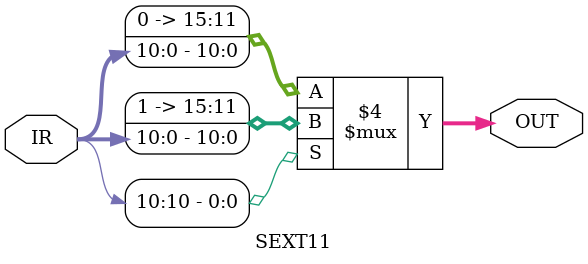
<source format=sv>
module SEXT5 (
    input logic [4:0] IR,
    output logic [15:0] OUT
);

	always_comb
    if (IR[4] == 1'b1)
		begin
        OUT = {11'b11111111111,IR};
		 end
    else
		begin
        OUT = {11'b0,IR};
		 end
		  
endmodule

module SEXT6 (
    input logic [5:0] IR,
    output logic [15:0] OUT
);

	always_comb
    if (IR[5] == 1'b1)
		begin
        OUT = {10'b1111111111,IR};
		 end
    else
		begin
        OUT = {10'b0,IR};
		 end
		  
endmodule

module SEXT9 (
    input logic [8:0] IR,
    output logic [15:0] OUT
);

	always_comb
    if (IR[8] == 1'b1)
		begin
        OUT = {7'b1111111,IR};
		 end
    else
		begin
        OUT = {7'b0,IR};
		 end
	
endmodule

module SEXT11 (
    input logic [10:0] IR,
    output logic [15:0] OUT
);

	always_comb
    if (IR[10] == 1'b1)
		begin
        OUT = {5'b11111,IR};
		 end
    else
		begin
        OUT = {5'b0,IR};
		 end
		  
endmodule
</source>
